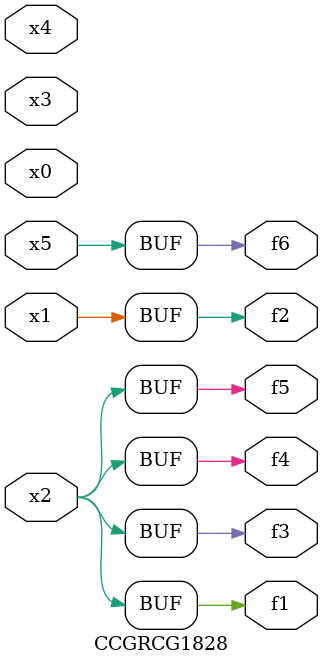
<source format=v>
module CCGRCG1828(
	input x0, x1, x2, x3, x4, x5,
	output f1, f2, f3, f4, f5, f6
);
	assign f1 = x2;
	assign f2 = x1;
	assign f3 = x2;
	assign f4 = x2;
	assign f5 = x2;
	assign f6 = x5;
endmodule

</source>
